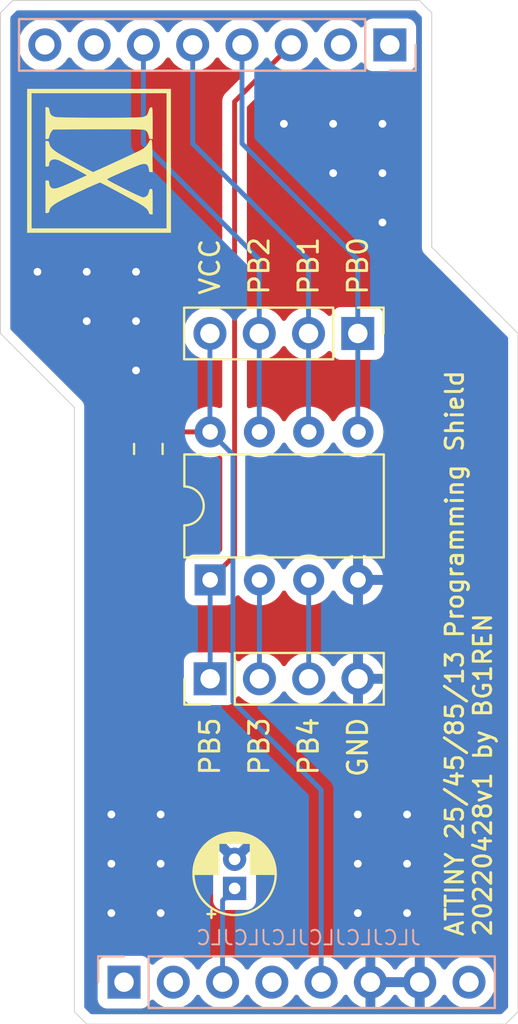
<source format=kicad_pcb>
(kicad_pcb (version 20211014) (generator pcbnew)
  (layers (0 "F.Cu" signal) (31 "B.Cu" signal) (34 "B.Paste" user) (35 "F.Paste" user) (36 "B.SilkS" user "B.Silkscreen") (37 "F.SilkS" user "F.Silkscreen") (38 "B.Mask" user) (39 "F.Mask" user) (44 "Edge.Cuts" user))
  (net 0 "")
  (net 1 "/RESET")
  (net 2 "/VCC")
  (net 3 "GND")
  (net 12 "/PB5")
  (net 13 "/PB0")
  (net 14 "/PB1")
  (net 15 "/PB2")
  (net 16 "/PB3")
  (net 17 "/PB4")
  (footprint "xi:xi-logo-c-08_08" (layer "F.Cu") (at 103.505 66.675 90)
    (fp_text reference "G***" hide)
    (fp_text value "LOGO" hide)
    (fp_poly (pts (xy 2.757714 -2.671777) (xy 2.746605 -2.614386) (xy 2.700238 -2.583357) (xy 2.611189 -2.566188) (xy 2.44909 -2.527168) (xy 2.342041 -2.453872) (xy 2.27585 -2.333741) (xy 2.253004 -2.249247) (xy 2.245388 -2.176932) (xy 2.238586 -2.040206) (xy 2.232607 -1.847224) (xy 2.227463 -1.606143) (xy 2.223164 -1.325117) (xy 2.219721 -1.012304) (xy 2.217146 -0.675857) (xy 2.215448 -0.323934) (xy 2.214639 0.03531) (xy 2.214729 0.393719) (xy 2.215729 0.743138) (xy 2.21765 1.07541) (xy 2.220503 1.382381) (xy 2.224297 1.655894) (xy 2.229045 1.887794) (xy 2.234757 2.069924) (xy 2.241444 2.194129) (xy 2.247072 2.244196) (xy 2.286602 2.379752) (xy 2.35313 2.468614) (xy 2.46398 2.527905) (xy 2.564311 2.557768) (xy 2.678096 2.594751) (xy 2.735555 2.63824) (xy 2.751167 2.679895) (xy 2.753334 2.704959) (xy 2.745587 2.723964) (xy 2.719229 2.73775) (xy 2.665568 2.747154) (xy 2.575909 2.753014) (xy 2.441559 2.756169) (xy 2.253823 2.757456) (xy 2.004008 2.757713) (xy 1.94381 2.757714) (xy 1.124857 2.757714) (xy 1.124857 2.667) (xy 1.141997 2.595728) (xy 1.196694 2.576286) (xy 1.275085 2.563089) (xy 1.382106 2.530207) (xy 1.414095 2.518043) (xy 1.518085 2.463133) (xy 1.575876 2.38913) (xy 1.598262 2.327543) (xy 1.607352 2.259684) (xy 1.614799 2.12361) (xy 1.620613 1.918689) (xy 1.624798 1.64429) (xy 1.627364 1.299781) (xy 1.628316 0.884532) (xy 1.627663 0.39791) (xy 1.62579 -0.084801) (xy 1.614714 -2.364889) (xy 1.513056 -2.452315) (xy 1.406645 -2.517369) (xy 1.281724 -2.560176) (xy 1.268127 -2.562651) (xy 1.173899 -2.584871) (xy 1.132722 -2.620729) (xy 1.124857 -2.671637) (xy 1.124857 -2.757714) (xy 2.757714 -2.757714) (xy 2.757714 -2.671777)) (layer "F.SilkS") (width 0.01) (fill solid))
    (fp_poly (pts (xy -1.016 -2.667) (xy -1.025913 -2.604938) (xy -1.070012 -2.580076) (xy -1.13898 -2.576286) (xy -1.252302 -2.555471) (xy -1.347623 -2.506911) (xy -1.398305 -2.453151) (xy -1.427073 -2.385733) (xy -1.432197 -2.297092) (xy -1.411945 -2.179663) (xy -1.364588 -2.025881) (xy -1.288395 -1.828183) (xy -1.181636 -1.579003) (xy -1.087259 -1.368724) (xy -0.990427 -1.155905) (xy -0.904023 -0.966613) (xy -0.83242 -0.810377) (xy -0.779989 -0.696723) (xy -0.751101 -0.63518) (xy -0.746905 -0.626971) (xy -0.727971 -0.653796) (xy -0.681183 -0.734073) (xy -0.612365 -0.856969) (xy -0.527337 -1.011651) (xy -0.431925 -1.187285) (xy -0.331949 -1.373041) (xy -0.233233 -1.558083) (xy -0.1416 -1.731581) (xy -0.062871 -1.8827) (xy -0.002871 -2.000607) (xy 0.032579 -2.074471) (xy 0.037558 -2.086428) (xy 0.078564 -2.256891) (xy 0.067449 -2.400429) (xy 0.008405 -2.507094) (xy -0.094373 -2.566935) (xy -0.168909 -2.576285) (xy -0.252342 -2.583829) (xy -0.285462 -2.617224) (xy -0.290286 -2.667) (xy -0.290286 -2.757714) (xy 1.016 -2.757714) (xy 1.016 -2.671637) (xy 1.003455 -2.612028) (xy 0.952669 -2.579458) (xy 0.878789 -2.56362) (xy 0.755314 -2.519719) (xy 0.631971 -2.423923) (xy 0.501841 -2.269717) (xy 0.391097 -2.104571) (xy 0.338027 -2.015382) (xy 0.261894 -1.881861) (xy 0.1681 -1.714001) (xy 0.062043 -1.52179) (xy -0.050874 -1.31522) (xy -0.165253 -1.104281) (xy -0.275692 -0.898964) (xy -0.376791 -0.709259) (xy -0.46315 -0.545157) (xy -0.529369 -0.416648) (xy -0.570046 -0.333724) (xy -0.580571 -0.307019) (xy -0.565905 -0.268282) (xy -0.524653 -0.172761) (xy -0.460938 -0.029429) (xy -0.378881 0.152743) (xy -0.282602 0.364783) (xy -0.176224 0.597718) (xy -0.063867 0.842577) (xy 0.050346 1.090389) (xy 0.162296 1.332181) (xy 0.267859 1.558982) (xy 0.362916 1.761819) (xy 0.443344 1.931721) (xy 0.505022 2.059716) (xy 0.527229 2.104572) (xy 0.629486 2.286511) (xy 0.730948 2.414264) (xy 0.847211 2.504342) (xy 0.955371 2.557891) (xy 1.052474 2.612316) (xy 1.082442 2.668293) (xy 1.081399 2.677551) (xy 1.071716 2.697676) (xy 1.045551 2.71319) (xy 0.994146 2.724845) (xy 0.908748 2.73339) (xy 0.7806 2.739579) (xy 0.600946 2.74416) (xy 0.361031 2.747885) (xy 0.244452 2.749324) (xy -0.580571 2.759077) (xy -0.580571 2.667681) (xy -0.565423 2.597859) (xy -0.507562 2.576537) (xy -0.495272 2.576286) (xy -0.399329 2.564146) (xy -0.295481 2.536374) (xy -0.201376 2.479575) (xy -0.157529 2.387532) (xy -0.16211 2.252447) (xy -0.196867 2.116152) (xy -0.228442 2.029506) (xy -0.284198 1.889931) (xy -0.358432 1.71063) (xy -0.445443 1.50481) (xy -0.539529 1.285672) (xy -0.634988 1.066423) (xy -0.726117 0.860265) (xy -0.807214 0.680404) (xy -0.872576 0.540042) (xy -0.910679 0.463217) (xy -0.926764 0.43563) (xy -0.943432 0.422017) (xy -0.964694 0.428651) (xy -0.994559 0.461805) (xy -1.037036 0.527754) (xy -1.096136 0.63277) (xy -1.175868 0.783126) (xy -1.280242 0.985095) (xy -1.413268 1.244952) (xy -1.424928 1.267763) (xy -1.57881 1.573093) (xy -1.703282 1.829162) (xy -1.796866 2.032723) (xy -1.858084 2.180528) (xy -1.885458 2.269328) (xy -1.886857 2.28319) (xy -1.853432 2.409762) (xy -1.762775 2.508474) (xy -1.642851 2.560251) (xy -1.531876 2.587301) (xy -1.474749 2.612945) (xy -1.453882 2.648555) (xy -1.451428 2.684004) (xy -1.454307 2.710203) (xy -1.469517 2.729324) (xy -1.506916 2.742481) (xy -1.576363 2.750786) (xy -1.687716 2.755351) (xy -1.850836 2.757289) (xy -2.07558 2.757713) (xy -2.104571 2.757714) (xy -2.757714 2.757714) (xy -2.757714 2.671536) (xy -2.738697 2.602842) (xy -2.669339 2.567986) (xy -2.65348 2.564511) (xy -2.549332 2.521724) (xy -2.44298 2.430987) (xy -2.328589 2.285741) (xy -2.200326 2.079428) (xy -2.162831 2.012891) (xy -2.017818 1.750089) (xy -1.870619 1.481296) (xy -1.725402 1.214314) (xy -1.586341 0.956946) (xy -1.457606 0.716994) (xy -1.343368 0.502263) (xy -1.247798 0.320553) (xy -1.175067 0.179669) (xy -1.129347 0.087413) (xy -1.114728 0.05224) (xy -1.128625 0.009369) (xy -1.168642 -0.089447) (xy -1.230496 -0.234256) (xy -1.309902 -0.415107) (xy -1.402577 -0.622049) (xy -1.450596 -0.727903) (xy -1.633392 -1.126349) (xy -1.791186 -1.463058) (xy -1.927105 -1.743191) (xy -2.044278 -1.971909) (xy -2.14583 -2.154374) (xy -2.234891 -2.295747) (xy -2.314586 -2.401189) (xy -2.388044 -2.475861) (xy -2.458392 -2.524924) (xy -2.528757 -2.55354) (xy -2.561438 -2.561155) (xy -2.647983 -2.587736) (xy -2.681809 -2.634372) (xy -2.685143 -2.671038) (xy -2.685143 -2.757714) (xy -1.016 -2.757714) (xy -1.016 -2.667)) (layer "F.SilkS") (width 0.01) (fill solid))
    (fp_poly (pts (xy 3.701143 3.701143) (xy -3.701143 3.701143) (xy -3.701143 -3.483428) (xy -3.483428 -3.483428) (xy -3.483428 3.483429) (xy 3.483429 3.483429) (xy 3.483429 -3.483428) (xy -3.483428 -3.483428) (xy -3.701143 -3.483428) (xy -3.701143 -3.701143) (xy 3.701143 -3.701143) (xy 3.701143 3.701143)) (layer "F.SilkS") (width 0.01) (fill solid))
  )
  (footprint "Capacitor_SMD:C_0805_2012Metric_Pad1.18x1.45mm_HandSolder" (layer "F.Cu") (at 106.045 81.5125 -90)
    (fp_text reference "C2" hide)
    (fp_text value "0.1u" hide)
    (fp_line (start -0.261252 -0.735) (end 0.261252 -0.735) (layer "F.SilkS") (width 0.12))
    (fp_line (start -0.261252 0.735) (end 0.261252 0.735) (layer "F.SilkS") (width 0.12))
    (pad "1" smd roundrect (at -1.0375 0 270) (size 1.175 1.45) (layers "F.Cu" "F.Paste" "F.Mask") (roundrect_rratio 0.2127659574) (net 2 "/VCC"))
    (pad "2" smd roundrect (at 1.0375 0 270) (size 1.175 1.45) (layers "F.Cu" "F.Paste" "F.Mask") (roundrect_rratio 0.2127659574) (net 3 "GND"))
  )
  (footprint "Connector_PinHeader_2.54mm:PinHeader_1x04_P2.54mm_Vertical" (layer "F.Cu") (at 109.23 93.345 90)
    (fp_text reference "J1" hide)
    (fp_text value "1-4" hide)
    (fp_line (start -1.33 0) (end -1.33 -1.33) (layer "F.SilkS") (width 0.12))
    (fp_line (start -1.33 1.27) (end 1.33 1.27) (layer "F.SilkS") (width 0.12))
    (fp_line (start -1.33 1.27) (end -1.33 8.95) (layer "F.SilkS") (width 0.12))
    (fp_line (start -1.33 -1.33) (end 0 -1.33) (layer "F.SilkS") (width 0.12))
    (fp_line (start 1.33 1.27) (end 1.33 8.95) (layer "F.SilkS") (width 0.12))
    (fp_line (start -1.33 8.95) (end 1.33 8.95) (layer "F.SilkS") (width 0.12))
    (pad "1" thru_hole rect (at 0 0 90) (size 1.7 1.7) (drill 1) (layers *.Cu *.Mask) (net 12 "/PB5"))
    (pad "2" thru_hole oval (at 0 2.54 90) (size 1.7 1.7) (drill 1) (layers *.Cu *.Mask) (net 16 "/PB3"))
    (pad "3" thru_hole oval (at 0 5.08 90) (size 1.7 1.7) (drill 1) (layers *.Cu *.Mask) (net 17 "/PB4"))
    (pad "4" thru_hole oval (at 0 7.62 90) (size 1.7 1.7) (drill 1) (layers *.Cu *.Mask) (net 3 "GND"))
  )
  (footprint "Capacitor_THT:CP_Radial_D4.0mm_P1.50mm" (layer "F.Cu") (at 110.49 104.14 90)
    (fp_text reference "C1" hide)
    (fp_text value "10u" hide)
    (fp_line (start 2.151 0.84) (end 2.151 1.552) (layer "F.SilkS") (width 0.12))
    (fp_line (start 2.751 -0.664) (end 2.751 0.664) (layer "F.SilkS") (width 0.12))
    (fp_line (start 2.591 -1.013) (end 2.591 1.013) (layer "F.SilkS") (width 0.12))
    (fp_line (start 1.11 0.84) (end 1.11 2.05) (layer "F.SilkS") (width 0.12))
    (fp_line (start 1.631 0.84) (end 1.631 1.889) (layer "F.SilkS") (width 0.12))
    (fp_line (start 1.27 0.84) (end 1.27 2.016) (layer "F.SilkS") (width 0.12))
    (fp_line (start 1.951 -1.708) (end 1.951 -0.84) (layer "F.SilkS") (width 0.12))
    (fp_line (start 0.95 0.84) (end 0.95 2.071) (layer "F.SilkS") (width 0.12))
    (fp_line (start 1.591 -1.907) (end 1.591 -0.84) (layer "F.SilkS") (width 0.12))
    (fp_line (start 1.671 -1.87) (end 1.671 -0.84) (layer "F.SilkS") (width 0.12))
    (fp_line (start 1.991 0.84) (end 1.991 1.68) (layer "F.SilkS") (width 0.12))
    (fp_line (start 0.87 -2.077) (end 0.87 -0.84) (layer "F.SilkS") (width 0.12))
    (fp_line (start 0.87 0.84) (end 0.87 2.077) (layer "F.SilkS") (width 0.12))
    (fp_line (start 1.551 -1.924) (end 1.551 -0.84) (layer "F.SilkS") (width 0.12))
    (fp_line (start 1.35 0.84) (end 1.35 1.994) (layer "F.SilkS") (width 0.12))
    (fp_line (start 2.031 0.84) (end 2.031 1.65) (layer "F.SilkS") (width 0.12))
    (fp_line (start 1.31 0.84) (end 1.31 2.005) (layer "F.SilkS") (width 0.12))
    (fp_line (start 2.191 0.84) (end 2.191 1.516) (layer "F.SilkS") (width 0.12))
    (fp_line (start 0.91 -2.074) (end 0.91 -0.84) (layer "F.SilkS") (width 0.12))
    (fp_line (start 0.99 0.84) (end 0.99 2.067) (layer "F.SilkS") (width 0.12))
    (fp_line (start 2.071 0.84) (end 2.071 1.619) (layer "F.SilkS") (width 0.12))
    (fp_line (start 1.791 -1.808) (end 1.791 -0.84) (layer "F.SilkS") (width 0.12))
    (fp_line (start 0.83 0.84) (end 0.83 2.079) (layer "F.SilkS") (width 0.12))
    (fp_line (start 1.23 0.84) (end 1.23 2.025) (layer "F.SilkS") (width 0.12))
    (fp_line (start 1.23 -2.025) (end 1.23 -0.84) (layer "F.SilkS") (width 0.12))
    (fp_line (start 1.15 -2.042) (end 1.15 -0.84) (layer "F.SilkS") (width 0.12))
    (fp_line (start 0.91 0.84) (end 0.91 2.074) (layer "F.SilkS") (width 0.12))
    (fp_line (start 2.111 0.84) (end 2.111 1.587) (layer "F.SilkS") (width 0.12))
    (fp_line (start 1.711 -1.851) (end 1.711 -0.84) (layer "F.SilkS") (width 0.12))
    (fp_line (start 1.31 -2.005) (end 1.31 -0.84) (layer "F.SilkS") (width 0.12))
    (fp_line (start 0.83 -2.079) (end 0.83 -0.84) (layer "F.SilkS") (width 0.12))
    (fp_line (start 2.791 -0.537) (end 2.791 0.537) (layer "F.SilkS") (width 0.12))
    (fp_line (start 2.711 -0.768) (end 2.711 0.768) (layer "F.SilkS") (width 0.12))
    (fp_line (start 2.471 -1.2) (end 2.471 1.2) (layer "F.SilkS") (width 0.12))
    (fp_line (start 1.911 -1.735) (end 1.911 -0.84) (layer "F.SilkS") (width 0.12))
    (fp_line (start 1.11 -2.05) (end 1.11 -0.84) (layer "F.SilkS") (width 0.12))
    (fp_line (start 2.431 -1.254) (end 2.431 1.254) (layer "F.SilkS") (width 0.12))
    (fp_line (start 2.151 -1.552) (end 2.151 -0.84) (layer "F.SilkS") (width 0.12))
    (fp_line (start 2.271 0.84) (end 2.271 1.438) (layer "F.SilkS") (width 0.12))
    (fp_line (start 0.75 0.84) (end 0.75 2.08) (layer "F.SilkS") (width 0.12))
    (fp_line (start 1.19 -2.034) (end 1.19 -0.84) (layer "F.SilkS") (width 0.12))
    (fp_line (start 1.07 -2.056) (end 1.07 -0.84) (layer "F.SilkS") (width 0.12))
    (fp_line (start 1.07 0.84) (end 1.07 2.056) (layer "F.SilkS") (width 0.12))
    (fp_line (start 1.831 0.84) (end 1.831 1.785) (layer "F.SilkS") (width 0.12))
    (fp_line (start 2.311 -1.396) (end 2.311 -0.84) (layer "F.SilkS") (width 0.12))
    (fp_line (start 2.271 -1.438) (end 2.271 -0.84) (layer "F.SilkS") (width 0.12))
    (fp_line (start 1.15 0.84) (end 1.15 2.042) (layer "F.SilkS") (width 0.12))
    (fp_line (start 2.191 -1.516) (end 2.191 -0.84) (layer "F.SilkS") (width 0.12))
    (fp_line (start 1.03 0.84) (end 1.03 2.062) (layer "F.SilkS") (width 0.12))
    (fp_line (start 1.39 0.84) (end 1.39 1.982) (layer "F.SilkS") (width 0.12))
    (fp_line (start 0.79 -2.08) (end 0.79 -0.84) (layer "F.SilkS") (width 0.12))
    (fp_line (start 1.591 0.84) (end 1.591 1.907) (layer "F.SilkS") (width 0.12))
    (fp_line (start 2.551 -1.08) (end 2.551 1.08) (layer "F.SilkS") (width 0.12))
    (fp_line (start 1.991 -1.68) (end 1.991 -0.84) (layer "F.SilkS") (width 0.12))
    (fp_line (start 1.871 0.84) (end 1.871 1.76) (layer "F.SilkS") (width 0.12))
    (fp_line (start 1.751 0.84) (end 1.751 1.83) (layer "F.SilkS") (width 0.12))
    (fp_line (start 2.391 -1.304) (end 2.391 1.304) (layer "F.SilkS") (width 0.12))
    (fp_line (start 1.551 0.84) (end 1.551 1.924) (layer "F.SilkS") (width 0.12))
    (fp_line (start 1.511 0.84) (end 1.511 1.94) (layer "F.SilkS") (width 0.12))
    (fp_line (start 1.671 0.84) (end 1.671 1.87) (layer "F.SilkS") (width 0.12))
    (fp_line (start 1.471 0.84) (end 1.471 1.954) (layer "F.SilkS") (width 0.12))
    (fp_line (start 1.27 -2.016) (end 1.27 -0.84) (layer "F.SilkS") (width 0.12))
    (fp_line (start 1.791 0.84) (end 1.791 1.808) (layer "F.SilkS") (width 0.12))
    (fp_line (start 0.75 -2.08) (end 0.75 -0.84) (layer "F.SilkS") (width 0.12))
    (fp_line (start 0.99 -2.067) (end 0.99 -0.84) (layer "F.SilkS") (width 0.12))
    (fp_line (start 1.631 -1.889) (end 1.631 -0.84) (layer "F.SilkS") (width 0.12))
    (fp_line (start 1.39 -1.982) (end 1.39 -0.84) (layer "F.SilkS") (width 0.12))
    (fp_line (start 2.111 -1.587) (end 2.111 -0.84) (layer "F.SilkS") (width 0.12))
    (fp_line (start 1.751 -1.83) (end 1.751 -0.84) (layer "F.SilkS") (width 0.12))
    (fp_line (start 2.671 -0.859) (end 2.671 0.859) (layer "F.SilkS") (width 0.12))
    (fp_line (start 2.071 -1.619) (end 2.071 -0.84) (layer "F.SilkS") (width 0.12))
    (fp_line (start 1.03 -2.062) (end 1.03 -0.84) (layer "F.SilkS") (width 0.12))
    (fp_line (start 1.511 -1.94) (end 1.511 -0.84) (layer "F.SilkS") (width 0.12))
    (fp_line (start 1.871 -1.76) (end 1.871 -0.84) (layer "F.SilkS") (width 0.12))
    (fp_line (start 1.911 0.84) (end 1.911 1.735) (layer "F.SilkS") (width 0.12))
    (fp_line (start 2.231 0.84) (end 2.231 1.478) (layer "F.SilkS") (width 0.12))
    (fp_line (start 1.471 -1.954) (end 1.471 -0.84) (layer "F.SilkS") (width 0.12))
    (fp_line (start 2.511 -1.142) (end 2.511 1.142) (layer "F.SilkS") (width 0.12))
    (fp_line (start 1.951 0.84) (end 1.951 1.708) (layer "F.SilkS") (width 0.12))
    (fp_line (start 2.231 -1.478) (end 2.231 -0.84) (layer "F.SilkS") (width 0.12))
    (fp_line (start 2.031 -1.65) (end 2.031 -0.84) (layer "F.SilkS") (width 0.12))
    (fp_line (start 1.43 -1.968) (end 1.43 -0.84) (layer "F.SilkS") (width 0.12))
    (fp_line (start 1.43 0.84) (end 1.43 1.968) (layer "F.SilkS") (width 0.12))
    (fp_line (start 2.311 0.84) (end 2.311 1.396) (layer "F.SilkS") (width 0.12))
    (fp_line (start 2.631 -0.94) (end 2.631 0.94) (layer "F.SilkS") (width 0.12))
    (fp_line (start -1.319801 -1.395) (end -1.319801 -0.995) (layer "F.SilkS") (width 0.12))
    (fp_line (start 2.831 -0.37) (end 2.831 0.37) (layer "F.SilkS") (width 0.12))
    (fp_line (start 1.711 0.84) (end 1.711 1.851) (layer "F.SilkS") (width 0.12))
    (fp_line (start 0.79 0.84) (end 0.79 2.08) (layer "F.SilkS") (width 0.12))
    (fp_line (start 2.351 -1.351) (end 2.351 1.351) (layer "F.SilkS") (width 0.12))
    (fp_line (start 1.831 -1.785) (end 1.831 -0.84) (layer "F.SilkS") (width 0.12))
    (fp_line (start 0.95 -2.071) (end 0.95 -0.84) (layer "F.SilkS") (width 0.12))
    (fp_line (start -1.519801 -1.195) (end -1.119801 -1.195) (layer "F.SilkS") (width 0.12))
    (fp_line (start 1.35 -1.994) (end 1.35 -0.84) (layer "F.SilkS") (width 0.12))
    (fp_line (start 1.19 0.84) (end 1.19 2.034) (layer "F.SilkS") (width 0.12))
    (fp_circle (center 0.75 0) (end 2.87 0) (layer "F.SilkS") (width 0.12) (fill none))
    (pad "1" thru_hole rect (at 0 0 90) (size 1.2 1.2) (drill 0.6) (layers *.Cu *.Mask) (net 1 "/RESET"))
    (pad "2" thru_hole circle (at 1.5 0 90) (size 1.2 1.2) (drill 0.6) (layers *.Cu *.Mask) (net 3 "GND"))
  )
  (footprint "Connector_PinHeader_2.54mm:PinHeader_1x04_P2.54mm_Vertical" (layer "F.Cu") (at 116.84 75.565 -90)
    (fp_text reference "J2" hide)
    (fp_text value "5-8" hide)
    (fp_line (start -1.33 1.27) (end -1.33 8.95) (layer "F.SilkS") (width 0.12))
    (fp_line (start -1.33 8.95) (end 1.33 8.95) (layer "F.SilkS") (width 0.12))
    (fp_line (start -1.33 0) (end -1.33 -1.33) (layer "F.SilkS") (width 0.12))
    (fp_line (start -1.33 -1.33) (end 0 -1.33) (layer "F.SilkS") (width 0.12))
    (fp_line (start -1.33 1.27) (end 1.33 1.27) (layer "F.SilkS") (width 0.12))
    (fp_line (start 1.33 1.27) (end 1.33 8.95) (layer "F.SilkS") (width 0.12))
    (pad "1" thru_hole rect (at 0 0 270) (size 1.7 1.7) (drill 1) (layers *.Cu *.Mask) (net 13 "/PB0"))
    (pad "2" thru_hole oval (at 0 2.54 270) (size 1.7 1.7) (drill 1) (layers *.Cu *.Mask) (net 14 "/PB1"))
    (pad "3" thru_hole oval (at 0 5.08 270) (size 1.7 1.7) (drill 1) (layers *.Cu *.Mask) (net 15 "/PB2"))
    (pad "4" thru_hole oval (at 0 7.62 270) (size 1.7 1.7) (drill 1) (layers *.Cu *.Mask) (net 2 "/VCC"))
  )
  (footprint "Package_DIP:DIP-8_W7.62mm" (layer "F.Cu") (at 109.23 88.255 90)
    (fp_text reference "U1" hide)
    (fp_text value "ATtiny85-20P" hide)
    (fp_line (start 2.81 -1.33) (end 1.16 -1.33) (layer "F.SilkS") (width 0.12))
    (fp_line (start 6.46 8.95) (end 6.46 -1.33) (layer "F.SilkS") (width 0.12))
    (fp_line (start 6.46 -1.33) (end 4.81 -1.33) (layer "F.SilkS") (width 0.12))
    (fp_line (start 1.16 8.95) (end 6.46 8.95) (layer "F.SilkS") (width 0.12))
    (fp_line (start 1.16 -1.33) (end 1.16 8.95) (layer "F.SilkS") (width 0.12))
    (fp_arc (start 4.81 -1.33) (mid 3.81 -0.33) (end 2.81 -1.33) (layer "F.SilkS") (width 0.12))
    (pad "1" thru_hole rect (at 0 0 90) (size 1.6 1.6) (drill 0.8) (layers *.Cu *.Mask) (net 12 "/PB5"))
    (pad "2" thru_hole oval (at 0 2.54 90) (size 1.6 1.6) (drill 0.8) (layers *.Cu *.Mask) (net 16 "/PB3"))
    (pad "3" thru_hole oval (at 0 5.08 90) (size 1.6 1.6) (drill 0.8) (layers *.Cu *.Mask) (net 17 "/PB4"))
    (pad "4" thru_hole oval (at 0 7.62 90) (size 1.6 1.6) (drill 0.8) (layers *.Cu *.Mask) (net 3 "GND"))
    (pad "5" thru_hole oval (at 7.62 7.62 90) (size 1.6 1.6) (drill 0.8) (layers *.Cu *.Mask) (net 13 "/PB0"))
    (pad "6" thru_hole oval (at 7.62 5.08 90) (size 1.6 1.6) (drill 0.8) (layers *.Cu *.Mask) (net 14 "/PB1"))
    (pad "7" thru_hole oval (at 7.62 2.54 90) (size 1.6 1.6) (drill 0.8) (layers *.Cu *.Mask) (net 15 "/PB2"))
    (pad "8" thru_hole oval (at 7.62 0 90) (size 1.6 1.6) (drill 0.8) (layers *.Cu *.Mask) (net 2 "/VCC"))
  )
  (footprint "Connector_PinHeader_2.54mm:PinHeader_1x08_P2.54mm_Vertical" (layer "B.Cu") (at 118.491 60.706 90)
    (fp_text reference "J4" hide)
    (fp_text value "Arduino Dx" hide)
    (fp_line (start -1.33 -19.11) (end 1.33 -19.11) (layer "B.SilkS") (width 0.12))
    (fp_line (start -1.33 1.33) (end 0 1.33) (layer "B.SilkS") (width 0.12))
    (fp_line (start 1.33 -1.27) (end 1.33 -19.11) (layer "B.SilkS") (width 0.12))
    (fp_line (start -1.33 -1.27) (end 1.33 -1.27) (layer "B.SilkS") (width 0.12))
    (fp_line (start -1.33 -1.27) (end -1.33 -19.11) (layer "B.SilkS") (width 0.12))
    (fp_line (start -1.33 0) (end -1.33 1.33) (layer "B.SilkS") (width 0.12))
    (pad "1" thru_hole rect (at 0 0 90) (size 1.7 1.7) (drill 1) (layers *.Cu *.Mask))
    (pad "2" thru_hole oval (at 0 -2.54 90) (size 1.7 1.7) (drill 1) (layers *.Cu *.Mask))
    (pad "3" thru_hole oval (at 0 -5.08 90) (size 1.7 1.7) (drill 1) (layers *.Cu *.Mask) (net 12 "/PB5"))
    (pad "4" thru_hole oval (at 0 -7.62 90) (size 1.7 1.7) (drill 1) (layers *.Cu *.Mask) (net 13 "/PB0"))
    (pad "5" thru_hole oval (at 0 -10.16 90) (size 1.7 1.7) (drill 1) (layers *.Cu *.Mask) (net 14 "/PB1"))
    (pad "6" thru_hole oval (at 0 -12.7 90) (size 1.7 1.7) (drill 1) (layers *.Cu *.Mask) (net 15 "/PB2"))
    (pad "7" thru_hole oval (at 0 -15.24 90) (size 1.7 1.7) (drill 1) (layers *.Cu *.Mask))
    (pad "8" thru_hole oval (at 0 -17.78 90) (size 1.7 1.7) (drill 1) (layers *.Cu *.Mask))
  )
  (footprint "Connector_PinHeader_2.54mm:PinHeader_1x08_P2.54mm_Vertical" (layer "B.Cu") (at 104.79 108.966 -90)
    (fp_text reference "J3" hide)
    (fp_text value "Arduino PWR" hide)
    (fp_line (start -1.33 0) (end -1.33 1.33) (layer "B.SilkS") (width 0.12))
    (fp_line (start -1.33 1.33) (end 0 1.33) (layer "B.SilkS") (width 0.12))
    (fp_line (start -1.33 -19.11) (end 1.33 -19.11) (layer "B.SilkS") (width 0.12))
    (fp_line (start -1.33 -1.27) (end 1.33 -1.27) (layer "B.SilkS") (width 0.12))
    (fp_line (start 1.33 -1.27) (end 1.33 -19.11) (layer "B.SilkS") (width 0.12))
    (fp_line (start -1.33 -1.27) (end -1.33 -19.11) (layer "B.SilkS") (width 0.12))
    (pad "1" thru_hole rect (at 0 0 270) (size 1.7 1.7) (drill 1) (layers *.Cu *.Mask))
    (pad "2" thru_hole oval (at 0 -2.54 270) (size 1.7 1.7) (drill 1) (layers *.Cu *.Mask))
    (pad "3" thru_hole oval (at 0 -5.08 270) (size 1.7 1.7) (drill 1) (layers *.Cu *.Mask) (net 1 "/RESET"))
    (pad "4" thru_hole oval (at 0 -7.62 270) (size 1.7 1.7) (drill 1) (layers *.Cu *.Mask))
    (pad "5" thru_hole oval (at 0 -10.16 270) (size 1.7 1.7) (drill 1) (layers *.Cu *.Mask) (net 2 "/VCC"))
    (pad "6" thru_hole oval (at 0 -12.7 270) (size 1.7 1.7) (drill 1) (layers *.Cu *.Mask) (net 3 "GND"))
    (pad "7" thru_hole oval (at 0 -15.24 270) (size 1.7 1.7) (drill 1) (layers *.Cu *.Mask) (net 3 "GND"))
    (pad "8" thru_hole oval (at 0 -17.78 270) (size 1.7 1.7) (drill 1) (layers *.Cu *.Mask))
  )
  (gr_line (start 98.425 59.055) (end 99.06 58.42) (layer "Edge.Cuts") (width 0.05))
  (gr_line (start 102.87 111.125) (end 102.235 110.49) (layer "Edge.Cuts") (width 0.05))
  (gr_line (start 124.46 111.125) (end 102.87 111.125) (layer "Edge.Cuts") (width 0.05))
  (gr_line (start 125.095 110.49) (end 124.46 111.125) (layer "Edge.Cuts") (width 0.05))
  (gr_line (start 120.65 71.12) (end 125.095 75.565) (layer "Edge.Cuts") (width 0.05))
  (gr_line (start 102.235 110.49) (end 102.235 79.375) (layer "Edge.Cuts") (width 0.05))
  (gr_line (start 120.65 59.055) (end 120.65 71.12) (layer "Edge.Cuts") (width 0.05))
  (gr_line (start 98.425 75.565) (end 102.235 79.375) (layer "Edge.Cuts") (width 0.05))
  (gr_line (start 120.015 58.42) (end 120.65 59.055) (layer "Edge.Cuts") (width 0.05))
  (gr_line (start 98.425 59.055) (end 98.425 75.565) (layer "Edge.Cuts") (width 0.05))
  (gr_line (start 125.095 75.565) (end 125.095 110.49) (layer "Edge.Cuts") (width 0.05))
  (gr_line (start 99.06 58.42) (end 120.015 58.42) (layer "Edge.Cuts") (width 0.05))
  (gr_text "JLCJLCJLCJLCJLCJLC" (at 114.3 106.68) (layer "B.SilkS") (effects (font (size 0.75 0.75) (thickness 0.1)) (justify mirror)))
  (gr_text "PB0" (at 116.84 73.66 90) (layer "F.SilkS") (effects (font (size 1 1)) (justify left)))
  (gr_text "VCC" (at 109.22 73.66 90) (layer "F.SilkS") (effects (font (size 1 1)) (justify left)))
  (gr_text "ATTINY 25/45/85/13 Programming Shield\n20220428v1 by BG1REN" (at 122.555 106.68 90) (layer "F.SilkS") (effects (font (size 0.9 0.9)) (justify left)))
  (gr_text "PB3" (at 111.76 95.25 90) (layer "F.SilkS") (effects (font (size 1 1)) (justify right)))
  (gr_text "GND" (at 116.84 95.25 90) (layer "F.SilkS") (effects (font (size 1 1)) (justify right)))
  (gr_text "PB4" (at 114.3 95.25 90) (layer "F.SilkS") (effects (font (size 1 1)) (justify right)))
  (gr_text "PB5" (at 109.22 95.25 90) (layer "F.SilkS") (effects (font (size 1 1)) (justify right)))
  (gr_text "PB1" (at 114.3 73.66 90) (layer "F.SilkS") (effects (font (size 1 1)) (justify left)))
  (gr_text "PB2" (at 111.76 73.66 90) (layer "F.SilkS") (effects (font (size 1 1)) (justify left)))
  (segment (start 109.87 108.966) (end 109.87 104.76) (width 0.25) (layer "B.Cu") (net 1))
  (segment (start 109.87 104.76) (end 110.49 104.14) (width 0.25) (layer "B.Cu") (net 1))
  (segment (start 109.23 80.635) (end 106.205 80.635) (width 0.25) (layer "F.Cu") (net 2))
  (segment (start 106.205 80.635) (end 106.045 80.475) (width 0.25) (layer "F.Cu") (net 2))
  (segment (start 114.95 99.065) (end 114.95 108.966) (width 0.25) (layer "B.Cu") (net 2))
  (segment (start 109.22 80.625) (end 109.23 80.635) (width 0.25) (layer "B.Cu") (net 2))
  (segment (start 110.404511 81.809511) (end 110.404511 94.519511) (width 0.25) (layer "B.Cu") (net 2))
  (segment (start 109.22 75.565) (end 109.22 80.625) (width 0.25) (layer "B.Cu") (net 2))
  (segment (start 109.23 80.635) (end 110.404511 81.809511) (width 0.25) (layer "B.Cu") (net 2))
  (segment (start 110.404511 94.519511) (end 114.95 99.065) (width 0.25) (layer "B.Cu") (net 2))
  (via (at 118.11 69.85) (size 0.8) (drill 0.4) (layers "F.Cu" "B.Cu") (net 3))
  (via (at 106.68 105.41) (size 0.8) (drill 0.4) (layers "F.Cu" "B.Cu") (net 3))
  (via (at 105.41 74.93) (size 0.8) (drill 0.4) (layers "F.Cu" "B.Cu") (net 3))
  (via (at 115.57 64.77) (size 0.8) (drill 0.4) (layers "F.Cu" "B.Cu") (net 3))
  (via (at 102.87 72.39) (size 0.8) (drill 0.4) (layers "F.Cu" "B.Cu") (net 3))
  (via (at 104.14 102.87) (size 0.8) (drill 0.4) (layers "F.Cu" "B.Cu") (net 3))
  (via (at 104.14 105.41) (size 0.8) (drill 0.4) (layers "F.Cu" "B.Cu") (net 3))
  (via (at 106.68 100.33) (size 0.8) (drill 0.4) (layers "F.Cu" "B.Cu") (net 3))
  (via (at 105.41 72.39) (size 0.8) (drill 0.4) (layers "F.Cu" "B.Cu") (net 3))
  (via (at 106.68 102.87) (size 0.8) (drill 0.4) (layers "F.Cu" "B.Cu") (net 3))
  (via (at 116.84 105.41) (size 0.8) (drill 0.4) (layers "F.Cu" "B.Cu") (net 3))
  (via (at 113.03 64.77) (size 0.8) (drill 0.4) (layers "F.Cu" "B.Cu") (net 3))
  (via (at 115.57 67.31) (size 0.8) (drill 0.4) (layers "F.Cu" "B.Cu") (net 3))
  (via (at 100.33 72.39) (size 0.8) (drill 0.4) (layers "F.Cu" "B.Cu") (net 3))
  (via (at 119.38 105.41) (size 0.8) (drill 0.4) (layers "F.Cu" "B.Cu") (net 3))
  (via (at 116.84 102.87) (size 0.8) (drill 0.4) (layers "F.Cu" "B.Cu") (net 3))
  (via (at 116.84 100.33) (size 0.8) (drill 0.4) (layers "F.Cu" "B.Cu") (net 3))
  (via (at 104.14 100.33) (size 0.8) (drill 0.4) (layers "F.Cu" "B.Cu") (net 3))
  (via (at 119.38 100.33) (size 0.8) (drill 0.4) (layers "F.Cu" "B.Cu") (net 3))
  (via (at 119.38 102.87) (size 0.8) (drill 0.4) (layers "F.Cu" "B.Cu") (net 3))
  (via (at 118.11 64.77) (size 0.8) (drill 0.4) (layers "F.Cu" "B.Cu") (net 3))
  (via (at 105.41 77.47) (size 0.8) (drill 0.4) (layers "F.Cu" "B.Cu") (net 3))
  (via (at 118.11 67.31) (size 0.8) (drill 0.4) (layers "F.Cu" "B.Cu") (net 3))
  (via (at 102.87 74.93) (size 0.8) (drill 0.4) (layers "F.Cu" "B.Cu") (net 3))
  (segment (start 116.85 88.255) (end 116.85 93.345) (width 0.25) (layer "B.Cu") (net 3))
  (segment (start 110.49 63.627) (end 110.49 86.995) (width 0.25) (layer "F.Cu") (net 12))
  (segment (start 110.49 86.995) (end 109.23 88.255) (width 0.25) (layer "F.Cu") (net 12))
  (segment (start 113.411 60.706) (end 110.49 63.627) (width 0.25) (layer "F.Cu") (net 12))
  (segment (start 109.23 88.255) (end 109.23 93.345) (width 0.25) (layer "B.Cu") (net 12))
  (segment (start 110.871 65.786) (end 110.871 60.706) (width 0.25) (layer "B.Cu") (net 13))
  (segment (start 116.84 71.755) (end 110.871 65.786) (width 0.25) (layer "B.Cu") (net 13))
  (segment (start 116.84 75.565) (end 116.84 71.755) (width 0.25) (layer "B.Cu") (net 13))
  (segment (start 116.84 75.565) (end 116.84 80.625) (width 0.25) (layer "B.Cu") (net 13))
  (segment (start 116.84 80.625) (end 116.85 80.635) (width 0.25) (layer "B.Cu") (net 13))
  (segment (start 114.3 71.755) (end 108.331 65.786) (width 0.25) (layer "B.Cu") (net 14))
  (segment (start 114.3 75.565) (end 114.3 71.755) (width 0.25) (layer "B.Cu") (net 14))
  (segment (start 108.331 65.786) (end 108.331 60.706) (width 0.25) (layer "B.Cu") (net 14))
  (segment (start 114.3 75.565) (end 114.3 80.625) (width 0.25) (layer "B.Cu") (net 14))
  (segment (start 114.3 80.625) (end 114.31 80.635) (width 0.25) (layer "B.Cu") (net 14))
  (segment (start 111.76 71.755) (end 105.791 65.786) (width 0.25) (layer "B.Cu") (net 15))
  (segment (start 111.76 80.625) (end 111.77 80.635) (width 0.25) (layer "B.Cu") (net 15))
  (segment (start 105.791 65.786) (end 105.791 60.706) (width 0.25) (layer "B.Cu") (net 15))
  (segment (start 111.76 75.565) (end 111.76 71.755) (width 0.25) (layer "B.Cu") (net 15))
  (segment (start 111.76 75.565) (end 111.76 80.625) (width 0.25) (layer "B.Cu") (net 15))
  (segment (start 111.77 88.255) (end 111.77 93.345) (width 0.25) (layer "B.Cu") (net 16))
  (segment (start 114.31 88.255) (end 114.31 93.345) (width 0.25) (layer "B.Cu") (net 17))
  (zone (net 3) (net_name "GND") (layers F&B.Cu) (connect_pads (clearance 0.508)) (min_thickness 0.254) (fill yes (thermal_gap 0.508) (thermal_bridge_width 0.508))
    (polygon (pts (xy 125.095 111.125) (xy 98.425 111.125) (xy 98.425 58.42) (xy 125.095 58.42)))
  )
)
</source>
